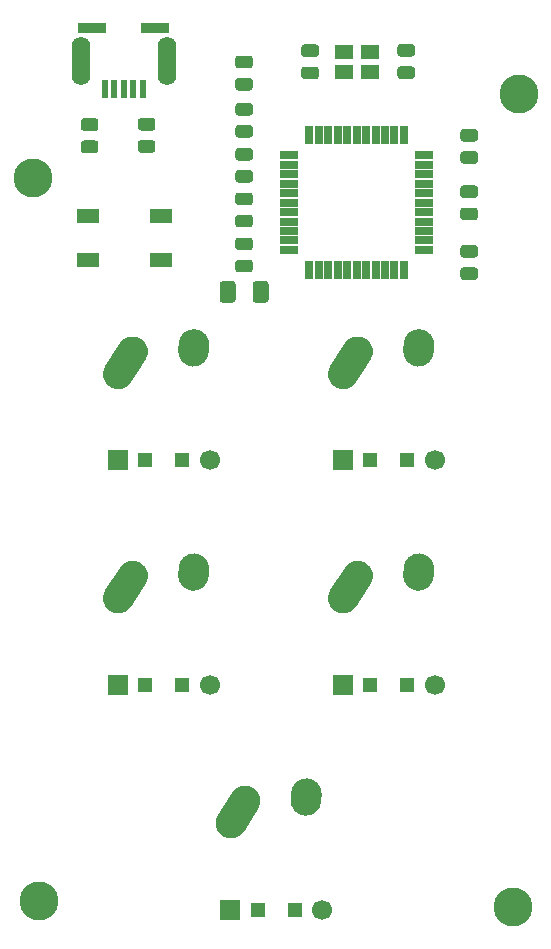
<source format=gbs>
G04 #@! TF.GenerationSoftware,KiCad,Pcbnew,(5.1.6)-1*
G04 #@! TF.CreationDate,2020-06-17T17:46:59+02:00*
G04 #@! TF.ProjectId,Tutorial,5475746f-7269-4616-9c2e-6b696361645f,rev?*
G04 #@! TF.SameCoordinates,Original*
G04 #@! TF.FileFunction,Soldermask,Bot*
G04 #@! TF.FilePolarity,Negative*
%FSLAX46Y46*%
G04 Gerber Fmt 4.6, Leading zero omitted, Abs format (unit mm)*
G04 Created by KiCad (PCBNEW (5.1.6)-1) date 2020-06-17 17:46:59*
%MOMM*%
%LPD*%
G01*
G04 APERTURE LIST*
%ADD10C,3.300000*%
%ADD11R,1.500000X1.300000*%
%ADD12R,1.600000X0.650000*%
%ADD13R,0.650000X1.600000*%
%ADD14R,1.900000X1.200000*%
%ADD15O,1.600000X4.100000*%
%ADD16R,0.600000X1.500000*%
%ADD17R,2.450000X0.900000*%
%ADD18C,1.700000*%
%ADD19R,1.700000X1.700000*%
%ADD20R,1.300000X1.300000*%
G04 APERTURE END LIST*
G04 #@! TO.C,F1*
G36*
G01*
X67979000Y-42271000D02*
X67979000Y-43581000D01*
G75*
G02*
X67709000Y-43851000I-270000J0D01*
G01*
X66899000Y-43851000D01*
G75*
G02*
X66629000Y-43581000I0J270000D01*
G01*
X66629000Y-42271000D01*
G75*
G02*
X66899000Y-42001000I270000J0D01*
G01*
X67709000Y-42001000D01*
G75*
G02*
X67979000Y-42271000I0J-270000D01*
G01*
G37*
G36*
G01*
X70779000Y-42271000D02*
X70779000Y-43581000D01*
G75*
G02*
X70509000Y-43851000I-270000J0D01*
G01*
X69699000Y-43851000D01*
G75*
G02*
X69429000Y-43581000I0J270000D01*
G01*
X69429000Y-42271000D01*
G75*
G02*
X69699000Y-42001000I270000J0D01*
G01*
X70509000Y-42001000D01*
G75*
G02*
X70779000Y-42271000I0J-270000D01*
G01*
G37*
G04 #@! TD*
D10*
G04 #@! TO.C,REF\u002A\u002A*
X50800000Y-33274000D03*
G04 #@! TD*
G04 #@! TO.C,REF\u002A\u002A*
X91948000Y-26162000D03*
G04 #@! TD*
G04 #@! TO.C,REF\u002A\u002A*
X91440000Y-94996000D03*
G04 #@! TD*
G04 #@! TO.C,REF\u002A\u002A*
X51308000Y-94488000D03*
G04 #@! TD*
D11*
G04 #@! TO.C,Y2*
X77175000Y-24306000D03*
X79375000Y-24306000D03*
X79375000Y-22606000D03*
X77175000Y-22606000D03*
G04 #@! TD*
D12*
G04 #@! TO.C,U1*
X72532000Y-39369500D03*
X72532000Y-38569500D03*
X72532000Y-37769500D03*
X72532000Y-36969500D03*
X72532000Y-36169500D03*
X72532000Y-35369500D03*
X72532000Y-34569500D03*
X72532000Y-33769500D03*
X72532000Y-32969500D03*
X72532000Y-32169500D03*
X72532000Y-31369500D03*
D13*
X74232000Y-29669500D03*
X75032000Y-29669500D03*
X75832000Y-29669500D03*
X76632000Y-29669500D03*
X77432000Y-29669500D03*
X78232000Y-29669500D03*
X79032000Y-29669500D03*
X79832000Y-29669500D03*
X80632000Y-29669500D03*
X81432000Y-29669500D03*
X82232000Y-29669500D03*
D12*
X83932000Y-31369500D03*
X83932000Y-32169500D03*
X83932000Y-32969500D03*
X83932000Y-33769500D03*
X83932000Y-34569500D03*
X83932000Y-35369500D03*
X83932000Y-36169500D03*
X83932000Y-36969500D03*
X83932000Y-37769500D03*
X83932000Y-38569500D03*
X83932000Y-39369500D03*
D13*
X82232000Y-41069500D03*
X81432000Y-41069500D03*
X80632000Y-41069500D03*
X79832000Y-41069500D03*
X79032000Y-41069500D03*
X78232000Y-41069500D03*
X77432000Y-41069500D03*
X76632000Y-41069500D03*
X75832000Y-41069500D03*
X75032000Y-41069500D03*
X74232000Y-41069500D03*
G04 #@! TD*
D14*
G04 #@! TO.C,SW1*
X55447000Y-36504000D03*
X61647000Y-40204000D03*
X55447000Y-40204000D03*
X61647000Y-36504000D03*
G04 #@! TD*
G04 #@! TO.C,R4*
G36*
G01*
X60933250Y-29271250D02*
X59970750Y-29271250D01*
G75*
G02*
X59702000Y-29002500I0J268750D01*
G01*
X59702000Y-28465000D01*
G75*
G02*
X59970750Y-28196250I268750J0D01*
G01*
X60933250Y-28196250D01*
G75*
G02*
X61202000Y-28465000I0J-268750D01*
G01*
X61202000Y-29002500D01*
G75*
G02*
X60933250Y-29271250I-268750J0D01*
G01*
G37*
G36*
G01*
X60933250Y-31146250D02*
X59970750Y-31146250D01*
G75*
G02*
X59702000Y-30877500I0J268750D01*
G01*
X59702000Y-30340000D01*
G75*
G02*
X59970750Y-30071250I268750J0D01*
G01*
X60933250Y-30071250D01*
G75*
G02*
X61202000Y-30340000I0J-268750D01*
G01*
X61202000Y-30877500D01*
G75*
G02*
X60933250Y-31146250I-268750J0D01*
G01*
G37*
G04 #@! TD*
G04 #@! TO.C,R3*
G36*
G01*
X56107250Y-29303000D02*
X55144750Y-29303000D01*
G75*
G02*
X54876000Y-29034250I0J268750D01*
G01*
X54876000Y-28496750D01*
G75*
G02*
X55144750Y-28228000I268750J0D01*
G01*
X56107250Y-28228000D01*
G75*
G02*
X56376000Y-28496750I0J-268750D01*
G01*
X56376000Y-29034250D01*
G75*
G02*
X56107250Y-29303000I-268750J0D01*
G01*
G37*
G36*
G01*
X56107250Y-31178000D02*
X55144750Y-31178000D01*
G75*
G02*
X54876000Y-30909250I0J268750D01*
G01*
X54876000Y-30371750D01*
G75*
G02*
X55144750Y-30103000I268750J0D01*
G01*
X56107250Y-30103000D01*
G75*
G02*
X56376000Y-30371750I0J-268750D01*
G01*
X56376000Y-30909250D01*
G75*
G02*
X56107250Y-31178000I-268750J0D01*
G01*
G37*
G04 #@! TD*
G04 #@! TO.C,R2*
G36*
G01*
X87275750Y-35784500D02*
X88238250Y-35784500D01*
G75*
G02*
X88507000Y-36053250I0J-268750D01*
G01*
X88507000Y-36590750D01*
G75*
G02*
X88238250Y-36859500I-268750J0D01*
G01*
X87275750Y-36859500D01*
G75*
G02*
X87007000Y-36590750I0J268750D01*
G01*
X87007000Y-36053250D01*
G75*
G02*
X87275750Y-35784500I268750J0D01*
G01*
G37*
G36*
G01*
X87275750Y-33909500D02*
X88238250Y-33909500D01*
G75*
G02*
X88507000Y-34178250I0J-268750D01*
G01*
X88507000Y-34715750D01*
G75*
G02*
X88238250Y-34984500I-268750J0D01*
G01*
X87275750Y-34984500D01*
G75*
G02*
X87007000Y-34715750I0J268750D01*
G01*
X87007000Y-34178250D01*
G75*
G02*
X87275750Y-33909500I268750J0D01*
G01*
G37*
G04 #@! TD*
G04 #@! TO.C,R1*
G36*
G01*
X68225750Y-28799500D02*
X69188250Y-28799500D01*
G75*
G02*
X69457000Y-29068250I0J-268750D01*
G01*
X69457000Y-29605750D01*
G75*
G02*
X69188250Y-29874500I-268750J0D01*
G01*
X68225750Y-29874500D01*
G75*
G02*
X67957000Y-29605750I0J268750D01*
G01*
X67957000Y-29068250D01*
G75*
G02*
X68225750Y-28799500I268750J0D01*
G01*
G37*
G36*
G01*
X68225750Y-26924500D02*
X69188250Y-26924500D01*
G75*
G02*
X69457000Y-27193250I0J-268750D01*
G01*
X69457000Y-27730750D01*
G75*
G02*
X69188250Y-27999500I-268750J0D01*
G01*
X68225750Y-27999500D01*
G75*
G02*
X67957000Y-27730750I0J268750D01*
G01*
X67957000Y-27193250D01*
G75*
G02*
X68225750Y-26924500I268750J0D01*
G01*
G37*
G04 #@! TD*
G04 #@! TO.C,K5*
G36*
G01*
X72640786Y-85898409D02*
X72680234Y-85319752D01*
G75*
G02*
X74065644Y-84111182I1296990J-88420D01*
G01*
X74065644Y-84111182D01*
G75*
G02*
X75274214Y-85496592I-88420J-1296990D01*
G01*
X75234766Y-86075248D01*
G75*
G02*
X73849356Y-87283818I-1296990J88420D01*
G01*
X73849356Y-87283818D01*
G75*
G02*
X72640786Y-85898408I88420J1296990D01*
G01*
G37*
G36*
G01*
X66481629Y-87217826D02*
X67690553Y-85320196D01*
G75*
G02*
X69485451Y-84922276I1096409J-698489D01*
G01*
X69485451Y-84922276D01*
G75*
G02*
X69883371Y-86717174I-698489J-1096409D01*
G01*
X68674447Y-88614804D01*
G75*
G02*
X66879549Y-89012724I-1096409J698489D01*
G01*
X66879549Y-89012724D01*
G75*
G02*
X66481629Y-87217826I698489J1096409D01*
G01*
G37*
G04 #@! TD*
G04 #@! TO.C,K4*
G36*
G01*
X82165786Y-66848409D02*
X82205234Y-66269752D01*
G75*
G02*
X83590644Y-65061182I1296990J-88420D01*
G01*
X83590644Y-65061182D01*
G75*
G02*
X84799214Y-66446592I-88420J-1296990D01*
G01*
X84759766Y-67025248D01*
G75*
G02*
X83374356Y-68233818I-1296990J88420D01*
G01*
X83374356Y-68233818D01*
G75*
G02*
X82165786Y-66848408I88420J1296990D01*
G01*
G37*
G36*
G01*
X76006629Y-68167826D02*
X77215553Y-66270196D01*
G75*
G02*
X79010451Y-65872276I1096409J-698489D01*
G01*
X79010451Y-65872276D01*
G75*
G02*
X79408371Y-67667174I-698489J-1096409D01*
G01*
X78199447Y-69564804D01*
G75*
G02*
X76404549Y-69962724I-1096409J698489D01*
G01*
X76404549Y-69962724D01*
G75*
G02*
X76006629Y-68167826I698489J1096409D01*
G01*
G37*
G04 #@! TD*
G04 #@! TO.C,K3*
G36*
G01*
X63115786Y-66848409D02*
X63155234Y-66269752D01*
G75*
G02*
X64540644Y-65061182I1296990J-88420D01*
G01*
X64540644Y-65061182D01*
G75*
G02*
X65749214Y-66446592I-88420J-1296990D01*
G01*
X65709766Y-67025248D01*
G75*
G02*
X64324356Y-68233818I-1296990J88420D01*
G01*
X64324356Y-68233818D01*
G75*
G02*
X63115786Y-66848408I88420J1296990D01*
G01*
G37*
G36*
G01*
X56956629Y-68167826D02*
X58165553Y-66270196D01*
G75*
G02*
X59960451Y-65872276I1096409J-698489D01*
G01*
X59960451Y-65872276D01*
G75*
G02*
X60358371Y-67667174I-698489J-1096409D01*
G01*
X59149447Y-69564804D01*
G75*
G02*
X57354549Y-69962724I-1096409J698489D01*
G01*
X57354549Y-69962724D01*
G75*
G02*
X56956629Y-68167826I698489J1096409D01*
G01*
G37*
G04 #@! TD*
G04 #@! TO.C,K2*
G36*
G01*
X82165786Y-47861909D02*
X82205234Y-47283252D01*
G75*
G02*
X83590644Y-46074682I1296990J-88420D01*
G01*
X83590644Y-46074682D01*
G75*
G02*
X84799214Y-47460092I-88420J-1296990D01*
G01*
X84759766Y-48038748D01*
G75*
G02*
X83374356Y-49247318I-1296990J88420D01*
G01*
X83374356Y-49247318D01*
G75*
G02*
X82165786Y-47861908I88420J1296990D01*
G01*
G37*
G36*
G01*
X76006629Y-49181326D02*
X77215553Y-47283696D01*
G75*
G02*
X79010451Y-46885776I1096409J-698489D01*
G01*
X79010451Y-46885776D01*
G75*
G02*
X79408371Y-48680674I-698489J-1096409D01*
G01*
X78199447Y-50578304D01*
G75*
G02*
X76404549Y-50976224I-1096409J698489D01*
G01*
X76404549Y-50976224D01*
G75*
G02*
X76006629Y-49181326I698489J1096409D01*
G01*
G37*
G04 #@! TD*
G04 #@! TO.C,K1*
G36*
G01*
X63115786Y-47861909D02*
X63155234Y-47283252D01*
G75*
G02*
X64540644Y-46074682I1296990J-88420D01*
G01*
X64540644Y-46074682D01*
G75*
G02*
X65749214Y-47460092I-88420J-1296990D01*
G01*
X65709766Y-48038748D01*
G75*
G02*
X64324356Y-49247318I-1296990J88420D01*
G01*
X64324356Y-49247318D01*
G75*
G02*
X63115786Y-47861908I88420J1296990D01*
G01*
G37*
G36*
G01*
X56956629Y-49181326D02*
X58165553Y-47283696D01*
G75*
G02*
X59960451Y-46885776I1096409J-698489D01*
G01*
X59960451Y-46885776D01*
G75*
G02*
X60358371Y-48680674I-698489J-1096409D01*
G01*
X59149447Y-50578304D01*
G75*
G02*
X57354549Y-50976224I-1096409J698489D01*
G01*
X57354549Y-50976224D01*
G75*
G02*
X56956629Y-49181326I698489J1096409D01*
G01*
G37*
G04 #@! TD*
D15*
G04 #@! TO.C,J1*
X62159000Y-23381000D03*
X54859000Y-23381000D03*
D16*
X60109000Y-25781000D03*
X59309000Y-25781000D03*
X58509000Y-25781000D03*
X57709000Y-25781000D03*
X56909000Y-25781000D03*
D17*
X55834000Y-20581000D03*
X61184000Y-20581000D03*
G04 #@! TD*
D18*
G04 #@! TO.C,D5*
X75337500Y-95250000D03*
D19*
X67537500Y-95250000D03*
D20*
X69862500Y-95250000D03*
X73012500Y-95250000D03*
G04 #@! TD*
D18*
G04 #@! TO.C,D4*
X84862500Y-76200000D03*
D19*
X77062500Y-76200000D03*
D20*
X79387500Y-76200000D03*
X82537500Y-76200000D03*
G04 #@! TD*
D18*
G04 #@! TO.C,D3*
X65812500Y-76200000D03*
D19*
X58012500Y-76200000D03*
D20*
X60337500Y-76200000D03*
X63487500Y-76200000D03*
G04 #@! TD*
D18*
G04 #@! TO.C,D2*
X84862500Y-57150000D03*
D19*
X77062500Y-57150000D03*
D20*
X79387500Y-57150000D03*
X82537500Y-57150000D03*
G04 #@! TD*
D18*
G04 #@! TO.C,D1*
X65812500Y-57150000D03*
D19*
X58012500Y-57150000D03*
D20*
X60337500Y-57150000D03*
X63487500Y-57150000D03*
G04 #@! TD*
G04 #@! TO.C,C8*
G36*
G01*
X69188250Y-35589500D02*
X68225750Y-35589500D01*
G75*
G02*
X67957000Y-35320750I0J268750D01*
G01*
X67957000Y-34783250D01*
G75*
G02*
X68225750Y-34514500I268750J0D01*
G01*
X69188250Y-34514500D01*
G75*
G02*
X69457000Y-34783250I0J-268750D01*
G01*
X69457000Y-35320750D01*
G75*
G02*
X69188250Y-35589500I-268750J0D01*
G01*
G37*
G36*
G01*
X69188250Y-37464500D02*
X68225750Y-37464500D01*
G75*
G02*
X67957000Y-37195750I0J268750D01*
G01*
X67957000Y-36658250D01*
G75*
G02*
X68225750Y-36389500I268750J0D01*
G01*
X69188250Y-36389500D01*
G75*
G02*
X69457000Y-36658250I0J-268750D01*
G01*
X69457000Y-37195750D01*
G75*
G02*
X69188250Y-37464500I-268750J0D01*
G01*
G37*
G04 #@! TD*
G04 #@! TO.C,C7*
G36*
G01*
X69188250Y-39399500D02*
X68225750Y-39399500D01*
G75*
G02*
X67957000Y-39130750I0J268750D01*
G01*
X67957000Y-38593250D01*
G75*
G02*
X68225750Y-38324500I268750J0D01*
G01*
X69188250Y-38324500D01*
G75*
G02*
X69457000Y-38593250I0J-268750D01*
G01*
X69457000Y-39130750D01*
G75*
G02*
X69188250Y-39399500I-268750J0D01*
G01*
G37*
G36*
G01*
X69188250Y-41274500D02*
X68225750Y-41274500D01*
G75*
G02*
X67957000Y-41005750I0J268750D01*
G01*
X67957000Y-40468250D01*
G75*
G02*
X68225750Y-40199500I268750J0D01*
G01*
X69188250Y-40199500D01*
G75*
G02*
X69457000Y-40468250I0J-268750D01*
G01*
X69457000Y-41005750D01*
G75*
G02*
X69188250Y-41274500I-268750J0D01*
G01*
G37*
G04 #@! TD*
G04 #@! TO.C,C6*
G36*
G01*
X87275750Y-31007000D02*
X88238250Y-31007000D01*
G75*
G02*
X88507000Y-31275750I0J-268750D01*
G01*
X88507000Y-31813250D01*
G75*
G02*
X88238250Y-32082000I-268750J0D01*
G01*
X87275750Y-32082000D01*
G75*
G02*
X87007000Y-31813250I0J268750D01*
G01*
X87007000Y-31275750D01*
G75*
G02*
X87275750Y-31007000I268750J0D01*
G01*
G37*
G36*
G01*
X87275750Y-29132000D02*
X88238250Y-29132000D01*
G75*
G02*
X88507000Y-29400750I0J-268750D01*
G01*
X88507000Y-29938250D01*
G75*
G02*
X88238250Y-30207000I-268750J0D01*
G01*
X87275750Y-30207000D01*
G75*
G02*
X87007000Y-29938250I0J268750D01*
G01*
X87007000Y-29400750D01*
G75*
G02*
X87275750Y-29132000I268750J0D01*
G01*
G37*
G04 #@! TD*
G04 #@! TO.C,C5*
G36*
G01*
X69188250Y-31809500D02*
X68225750Y-31809500D01*
G75*
G02*
X67957000Y-31540750I0J268750D01*
G01*
X67957000Y-31003250D01*
G75*
G02*
X68225750Y-30734500I268750J0D01*
G01*
X69188250Y-30734500D01*
G75*
G02*
X69457000Y-31003250I0J-268750D01*
G01*
X69457000Y-31540750D01*
G75*
G02*
X69188250Y-31809500I-268750J0D01*
G01*
G37*
G36*
G01*
X69188250Y-33684500D02*
X68225750Y-33684500D01*
G75*
G02*
X67957000Y-33415750I0J268750D01*
G01*
X67957000Y-32878250D01*
G75*
G02*
X68225750Y-32609500I268750J0D01*
G01*
X69188250Y-32609500D01*
G75*
G02*
X69457000Y-32878250I0J-268750D01*
G01*
X69457000Y-33415750D01*
G75*
G02*
X69188250Y-33684500I-268750J0D01*
G01*
G37*
G04 #@! TD*
G04 #@! TO.C,C4*
G36*
G01*
X87275750Y-40834500D02*
X88238250Y-40834500D01*
G75*
G02*
X88507000Y-41103250I0J-268750D01*
G01*
X88507000Y-41640750D01*
G75*
G02*
X88238250Y-41909500I-268750J0D01*
G01*
X87275750Y-41909500D01*
G75*
G02*
X87007000Y-41640750I0J268750D01*
G01*
X87007000Y-41103250D01*
G75*
G02*
X87275750Y-40834500I268750J0D01*
G01*
G37*
G36*
G01*
X87275750Y-38959500D02*
X88238250Y-38959500D01*
G75*
G02*
X88507000Y-39228250I0J-268750D01*
G01*
X88507000Y-39765750D01*
G75*
G02*
X88238250Y-40034500I-268750J0D01*
G01*
X87275750Y-40034500D01*
G75*
G02*
X87007000Y-39765750I0J268750D01*
G01*
X87007000Y-39228250D01*
G75*
G02*
X87275750Y-38959500I268750J0D01*
G01*
G37*
G04 #@! TD*
G04 #@! TO.C,C3*
G36*
G01*
X69188250Y-24000750D02*
X68225750Y-24000750D01*
G75*
G02*
X67957000Y-23732000I0J268750D01*
G01*
X67957000Y-23194500D01*
G75*
G02*
X68225750Y-22925750I268750J0D01*
G01*
X69188250Y-22925750D01*
G75*
G02*
X69457000Y-23194500I0J-268750D01*
G01*
X69457000Y-23732000D01*
G75*
G02*
X69188250Y-24000750I-268750J0D01*
G01*
G37*
G36*
G01*
X69188250Y-25875750D02*
X68225750Y-25875750D01*
G75*
G02*
X67957000Y-25607000I0J268750D01*
G01*
X67957000Y-25069500D01*
G75*
G02*
X68225750Y-24800750I268750J0D01*
G01*
X69188250Y-24800750D01*
G75*
G02*
X69457000Y-25069500I0J-268750D01*
G01*
X69457000Y-25607000D01*
G75*
G02*
X69188250Y-25875750I-268750J0D01*
G01*
G37*
G04 #@! TD*
G04 #@! TO.C,C2*
G36*
G01*
X73813750Y-23846500D02*
X74776250Y-23846500D01*
G75*
G02*
X75045000Y-24115250I0J-268750D01*
G01*
X75045000Y-24652750D01*
G75*
G02*
X74776250Y-24921500I-268750J0D01*
G01*
X73813750Y-24921500D01*
G75*
G02*
X73545000Y-24652750I0J268750D01*
G01*
X73545000Y-24115250D01*
G75*
G02*
X73813750Y-23846500I268750J0D01*
G01*
G37*
G36*
G01*
X73813750Y-21971500D02*
X74776250Y-21971500D01*
G75*
G02*
X75045000Y-22240250I0J-268750D01*
G01*
X75045000Y-22777750D01*
G75*
G02*
X74776250Y-23046500I-268750J0D01*
G01*
X73813750Y-23046500D01*
G75*
G02*
X73545000Y-22777750I0J268750D01*
G01*
X73545000Y-22240250D01*
G75*
G02*
X73813750Y-21971500I268750J0D01*
G01*
G37*
G04 #@! TD*
G04 #@! TO.C,C1*
G36*
G01*
X82904250Y-23016500D02*
X81941750Y-23016500D01*
G75*
G02*
X81673000Y-22747750I0J268750D01*
G01*
X81673000Y-22210250D01*
G75*
G02*
X81941750Y-21941500I268750J0D01*
G01*
X82904250Y-21941500D01*
G75*
G02*
X83173000Y-22210250I0J-268750D01*
G01*
X83173000Y-22747750D01*
G75*
G02*
X82904250Y-23016500I-268750J0D01*
G01*
G37*
G36*
G01*
X82904250Y-24891500D02*
X81941750Y-24891500D01*
G75*
G02*
X81673000Y-24622750I0J268750D01*
G01*
X81673000Y-24085250D01*
G75*
G02*
X81941750Y-23816500I268750J0D01*
G01*
X82904250Y-23816500D01*
G75*
G02*
X83173000Y-24085250I0J-268750D01*
G01*
X83173000Y-24622750D01*
G75*
G02*
X82904250Y-24891500I-268750J0D01*
G01*
G37*
G04 #@! TD*
M02*

</source>
